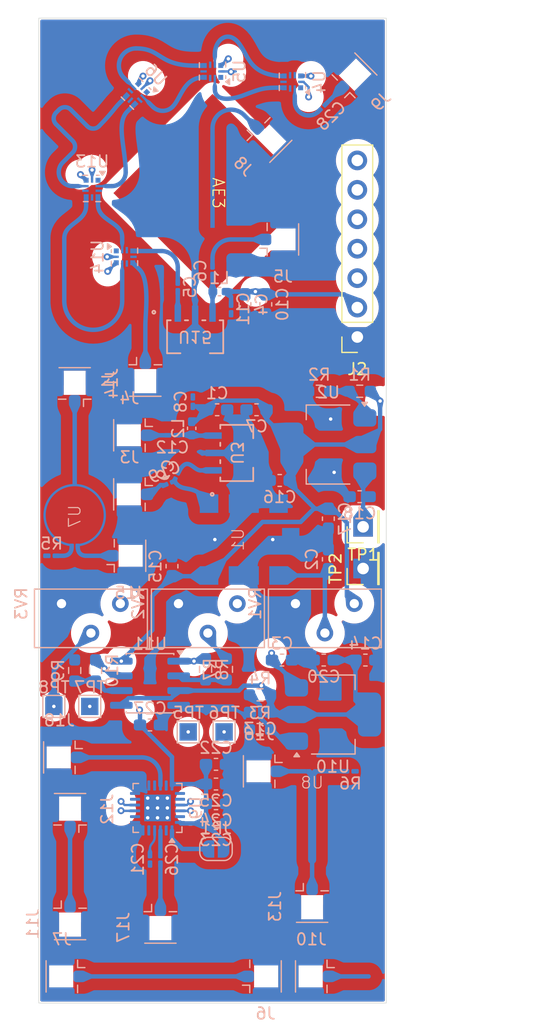
<source format=kicad_pcb>
(kicad_pcb (version 20241229) (generator "pcbnew") (generator_version "9.0")
  (layers (0 "F.Cu" signal) (4 "In1.Cu" signal) (6 "In2.Cu" signal) (2 "B.Cu" signal) (13 "F.Paste" user) (15 "B.Paste" user) (5 "F.SilkS" user "F.Silkscreen") (7 "B.SilkS" user "B.Silkscreen") (1 "F.Mask" user) (3 "B.Mask" user) (25 "Edge.Cuts" user))
  (net 0 "")
  (net 1 "GND")
  (net 2 "Net-(J3-In)")
  (net 3 "Net-(U4-RF2)")
  (net 4 "Net-(U4-RF1)")
  (net 5 "Net-(U5-RF1)")
  (net 6 "/SL_PhaseShift1/RF_OUT2")
  (net 7 "Net-(AE3-A)")
  (net 8 "Net-(U15-RFIN)")
  (net 9 "VCC")
  (net 10 "VS")
  (net 11 "/SL_PhaseShift1/C2")
  (net 12 "/SL_PhaseShift1/C4")
  (net 13 "/SL_PhaseShift1/C5")
  (net 14 "/SL_PhaseShift1/C1")
  (net 15 "/SL_PhaseShift1/C3")
  (net 16 "Net-(U2-ADJ)")
  (net 17 "Net-(U1-VT)")
  (net 19 "Net-(U5-RF2)")
  (net 20 "Net-(U13-RF3)")
  (net 21 "Net-(U13-RF4)")
  (net 22 "/Amplifier_SBB5089Z/RF_IN")
  (net 23 "/Amplifier_SBB5089Z/RF_OUT")
  (net 24 "/Amplifier_SBB5089Z1/RF_IN")
  (net 25 "Net-(J4-In)")
  (net 26 "Net-(U13-RF1)")
  (net 27 "+1V5")
  (net 28 "Net-(U13-RF2)")
  (net 29 "/Amplifier_SBB5089Z1/RF_OUT")
  (net 30 "/SL_PhaseShift1/RF_IN")
  (net 31 "Net-(J6-In)")
  (net 32 "Net-(U3-RFIN)")
  (net 33 "Net-(U7-Out1)")
  (net 34 "Net-(J5-In)")
  (net 35 "/REFLECT")
  (net 36 "Net-(J11-In)")
  (net 37 "Net-(J13-In)")
  (net 38 "Net-(J14-In)")
  (net 39 "Net-(J15-In)")
  (net 40 "Net-(J16-In)")
  (net 41 "Net-(U8-Out1)")
  (net 42 "Net-(U9-LOIN)")
  (net 43 "/VectorModulator/RF_IN")
  (net 44 "Net-(U9-LOIP)")
  (net 45 "/VectorModulator/RF_OUT")
  (net 46 "Net-(U10-ADJ)")
  (net 47 "Net-(U11A--)")
  (net 48 "/VectorModulator/IBBN")
  (net 49 "/VectorModulator/IBBP")
  (net 50 "Net-(U11B--)")
  (net 51 "/VectorModulator/QBBN")
  (net 52 "/VectorModulator/QBBP")
  (net 53 "Net-(JP1-B)")
  (net 54 "Net-(U4-RF3)")
  (footprint "customFootprints:AperturePatch" (layer "F.Cu") (at 139.1 107.5 -90)
    (property "Reference" "AE3")
    (property "Value" "Antenna")
  )
  (footprint "Connector_PinSocket_2.54mm:PinSocket_1x07_P2.54mm_Vertical" (layer "F.Cu") (at 151.6 119.92 180)
    (property "Reference" "J2")
    (property "Value" "Conn_01x07_Pin")
  )
  (footprint "Connector_PinHeader_2.54mm:PinHeader_1x01_P2.54mm_Vertical" (layer "F.Cu") (at 152.1 136.3 90)
    (property "Reference" "TP1")
    (property "Value" "TestPoint")
  )
  (footprint "Connector_PinHeader_2.54mm:PinHeader_1x01_P2.54mm_Vertical" (layer "F.Cu") (at 152.1 139.9 90)
    (property "Reference" "TP2")
    (property "Value" "TestPoint")
  )
  (footprint "Resistor_SMD:R_0603_1608Metric_Pad0.98x0.95mm_HandSolder" (layer "B.Cu") (at 143.2 150.8 180)
    (property "Reference" "R4")
    (property "Value" "2k")
  )
  (footprint "Capacitor_SMD:C_0603_1608Metric_Pad1.08x0.95mm_HandSolder" (layer "B.Cu") (at 149.1 135.6 90)
    (property "Reference" "C17")
    (property "Value" "10u")
  )
  (footprint "Inductor_SMD:L_0402_1005Metric_Pad0.77x0.64mm_HandSolder" (layer "B.Cu") (at 137.3 127.799999 -90)
    (property "Reference" "L2")
    (property "Value" "82n")
  )
  (footprint "Resistor_SMD:R_0201_0603Metric_Pad0.64x0.40mm_HandSolder" (layer "B.Cu") (at 151 157.4)
    (property "Reference" "R6")
    (property "Value" "50")
  )
  (footprint "customFootprints:SKY13699-21" (layer "B.Cu") (at 139.1 97 90)
    (property "Reference" "U5")
    (property "Value" "~" (hide yes))
  )
  (footprint "Connector_Coaxial:U.FL_Hirose_U.FL-R-SMT-1_Vertical" (layer "B.Cu") (at 143.7 102.6 -45)
    (property "Reference" "J8")
    (property "Value" "Conn_Coaxial")
  )
  (footprint "Capacitor_SMD:C_0201_0603Metric_Pad0.64x0.40mm_HandSolder" (layer "B.Cu") (at 133.7 164.999999 -90)
    (property "Reference" "C21")
    (property "Value" "8.2p")
  )
  (footprint "Capacitor_SMD:C_0201_0603Metric_Pad0.64x0.40mm_HandSolder" (layer "B.Cu") (at 134.6 164.999999 -90)
    (property "Reference" "C26")
    (property "Value" "8.2p")
  )
  (footprint "Capacitor_SMD:C_0603_1608Metric_Pad1.08x0.95mm_HandSolder" (layer "B.Cu") (at 135.6 139.7 -90)
    (property "Reference" "C15")
    (property "Value" "1u")
  )
  (footprint "Resistor_SMD:R_0603_1608Metric_Pad0.98x0.95mm_HandSolder" (layer "B.Cu") (at 148.3115 124.600001 180)
    (property "Reference" "R2")
    (property "Value" "10k")
  )
  (footprint "Capacitor_SMD:C_0603_1608Metric_Pad1.08x0.95mm_HandSolder" (layer "B.Cu") (at 139.4 158.499998)
    (property "Reference" "C25")
    (property "Value" "100pF")
  )
  (footprint "Potentiometer_THT:Potentiometer_Bourns_3386X_Horizontal" (layer "B.Cu") (at 146.26 142.93 -90)
    (property "Reference" "RV1")
    (property "Value" "25k")
  )
  (footprint "Connector_Coaxial:U.FL_Hirose_U.FL-R-SMT-1_Vertical" (layer "B.Cu") (at 144.7 111.5)
    (property "Reference" "J5")
    (property "Value" "Conn_Coaxial")
  )
  (footprint "Resistor_SMD:R_0603_1608Metric_Pad0.98x0.95mm_HandSolder" (layer "B.Cu") (at 140.299999 148.6 -90)
    (property "Reference" "R7")
    (property "Value" "100k")
  )
  (footprint "Resistor_SMD:R_0603_1608Metric_Pad0.98x0.95mm_HandSolder" (layer "B.Cu") (at 129 148.7 90)
    (property "Reference" "R10")
    (property "Value" "100k")
  )
  (footprint "Connector_Coaxial:U.FL_Hirose_U.FL-R-SMT-1_Vertical" (layer "B.Cu") (at 151.042462 97.657538 45)
    (property "Reference" "J9")
    (property "Value" "Conn_Coaxial")
  )
  (footprint "Capacitor_SMD:C_0603_1608Metric_Pad1.08x0.95mm_HandSolder" (layer "B.Cu") (at 141.9 117.1 90)
    (property "Reference" "C4")
    (property "Value" "1u")
  )
  (footprint "customFootprints:SKY13699-21" (layer "B.Cu") (at 131.5 113 -90)
    (property "Reference" "U14")
    (property "Value" "~" (hide yes))
  )
  (footprint "Connector_Coaxial:U.FL_Hirose_U.FL-R-SMT-1_Vertical" (layer "B.Cu") (at 134.6 170.4 -90)
    (property "Reference" "J17")
    (property "Value" "Conn_Coaxial")
  )
  (footprint "Capacitor_SMD:C_0603_1608Metric_Pad1.08x0.95mm_HandSolder" (layer "B.Cu") (at 149.1 139.1 -90)
    (property "Reference" "C2")
    (property "Value" "1u")
  )
  (footprint "Capacitor_SMD:C_0603_1608Metric_Pad1.08x0.95mm_HandSolder" (layer "B.Cu") (at 143.2 152.3)
    (property "Reference" "C13")
    (property "Value" "10u")
  )
  (footprint "Inductor_SMD:L_0402_1005Metric_Pad0.77x0.64mm_HandSolder" (layer "B.Cu") (at 139.7 116 180)
    (property "Reference" "L1")
    (property "Value" "82n")
  )
  (footprint "Package_TO_SOT_SMD:SOT-223-3_TabPin2" (layer "B.Cu") (at 149.1 129.2 180)
    (property "Reference" "U2")
    (property "Value" "AMS1117")
  )
  (footprint "TestPoint:TestPoint_Pad_1.5x1.5mm" (layer "B.Cu") (at 140.1 154 180)
    (property "Reference" "TP6")
    (property "Value" "TB_IBBN")
  )
  (footprint "Connector_Coaxial:U.FL_Hirose_U.FL-R-SMT-1_Vertical" (layer "B.Cu") (at 148.1 175.1 180)
    (property "Reference" "J10")
    (property "Value" "Conn_Coaxial")
  )
  (footprint "Capacitor_SMD:C_0201_0603Metric_Pad0.64x0.40mm_HandSolder" (layer "B.Cu") (at 139.1 114.2 -90)
    (property "Reference" "C6")
    (property "Value" "8.2p")
  )
  (footprint "Capacitor_SMD:C_0201_0603Metric_Pad0.64x0.40mm_HandSolder" (layer "B.Cu") (at 137.4 125.5 -90)
    (property "Reference" "C8")
    (property "Value" "68p")
  )
  (footprint "Capacitor_SMD:C_0201_0603Metric_Pad0.64x0.40mm_HandSolder" (layer "B.Cu") (at 136.1 115.6 90)
    (property "Reference" "C5")
    (property "Value" "8.2p")
  )
  (footprint "customFootprints:SKY13699-21" (layer "B.Cu") (at 132.551992 98.934835 135)
    (property "Reference" "U6")
    (property "Value" "~" (hide yes))
  )
  (footprint "customFootprints:SOT_SBB5089Z_QOR" (layer "B.Cu") (at 137.6 119.9)
    (property "Reference" "U15")
    (property "Value" "SBB5089Z")
  )
  (footprint "Package_TO_SOT_SMD:SOT-223-3_TabPin2" (layer "B.Cu") (at 149.5 152.5)
    (property "Reference" "U10")
    (property "Value" "AMS1117")
  )
  (footprint "Capacitor_SMD:C_0603_1608Metric_Pad1.08x0.95mm_HandSolder" (layer "B.Cu") (at 139.499999 126.2 180)
    (property "Reference" "C1")
    (property "Value" "1u")
  )
  (footprint "Capacitor_SMD:C_0201_0603Metric_Pad0.64x0.40mm_HandSolder" (layer "B.Cu") (at 135.355649 132.539884 -157.5)
    (property "Reference" "C19")
    (property "Value" "8.2p")
  )
  (footprint "Connector_Coaxial:U.FL_Hirose_U.FL-R-SMT-1_Vertical" (layer "B.Cu") (at 126.35 156.2 180)
    (property "Reference" "J18")
    (property "Value" "Conn_Coaxial")
  )
  (footprint "customFootprints:T_Splitter" (layer "B.Cu") (at 147.7 161.390002 -90)
    (property "Reference" "U8")
    (property "Value" "~")
  )
  (footprint "Connector_Coaxial:U.FL_Hirose_U.FL-R-SMT-1_Vertical" (layer "B.Cu") (at 147.7 168.6 -90)
    (property "Reference" "J13")
    (property "Value" "Conn_Coaxial")
  )
  (footprint "Connector_Coaxial:U.FL_Hirose_U.FL-R-SMT-1_Vertical" (layer "B.Cu") (at 132.4 128.4 180)
    (property "Reference" "J4")
    (property "Value" "Conn_Coaxial")
  )
  (footprint "Connector_Coaxial:U.FL_Hirose_U.FL-R-SMT-1_Vertical" (layer "B.Cu") (at 126.8 170.1 -90)
    (property "Reference" "J11")
    (property "Value" "Conn_Coaxial")
  )
  (footprint "customFootprints:WilkinsonPowerDivider" (layer "B.Cu") (at 127.2 132.7 -90)
    (property "Reference" "U7")
    (property "Value" "~")
  )
  (footprint "Capacitor_SMD:C_0201_0603Metric_Pad0.64x0.40mm_HandSolder" (layer "B.Cu") (at 135.6325 128.4)
    (property "Reference" "C12")
    (property "Value" "8.2p")
  )
  (footprint "Connector_Coaxial:U.FL_Hirose_U.FL-R-SMT-1_Vertical" (layer "B.Cu") (at 131.5 138.8)
    (property "Reference" "J15")
    (property "Value" "Conn_Coaxial")
  )
  (footprint "Resistor_SMD:R_0603_1608Metric_Pad0.98x0.95mm_HandSolder" (layer "B.Cu") (at 143.2 153.8 180)
    (property "Reference" "R3")
    (property "Value" "10k")
  )
  (footprint "Capacitor_SMD:C_0201_0603Metric_Pad0.64x0.40mm_HandSolder" (layer "B.Cu") (at 148.6 100.1 45)
    (property "Reference" "C28")
    (property "Value" "8.2p")
  )
  (footprint "Connector_Coaxial:U.FL_Hirose_U.FL-R-SMT-1_Vertical" (layer "B.Cu") (at 127.2 124.4 90)
    (property "Reference" "J14")
    (property "Value" "Conn_Coaxial")
  )
  (footprint "Capacitor_SMD:C_0603_1608Metric_Pad1.08x0.95mm_HandSolder" (layer "B.Cu") (at 133.7 153.4 180)
    (property "Reference" "C27")
    (property "Value" "1u")
  )
  (footprint "TestPoint:TestPoint_Pad_1.5x1.5mm" (layer "B.Cu") (at 137 154 180)
    (property "Reference" "TP5")
    (property "Value" "TP_IBBP")
  )
  (footprint "Resistor_SMD:R_0603_1608Metric_Pad0.98x0.95mm_HandSolder" (layer "B.Cu") (at 138.499999 148.599999 90)
    (property "Reference" "R8")
    (property "Value" "100k")
  )
  (footprint "Connector_Coaxial:U.FL_Hirose_U.FL-R-SMT-1_Vertical" (layer "B.Cu") (at 126.565 175.1 180)
    (property "Reference" "J7")
    (property "Value" "Conn_Coaxial")
  )
  (footprint "customFootprints:Innotion9070" (layer "B.Cu") (at 141.8 137.4 -90)
    (property "Reference" "U1")
    (property "Value" "YSGM556006")
  )
  (footprint "Potentiometer_THT:Potentiometer_Bourns_3386X_Horizontal" (layer "B.Cu") (at 126.06 142.93 -90)
    (property "Reference" "RV3")
    (property "Value" "25k")
  )
  (footprint "Capacitor_SMD:C_0603_1608Metric_Pad1.08x0.95mm_HandSolder" (layer "B.Cu") (at 152.3 147.8 180)
    (property "Reference" "C14")
    (property "Value" "1u")
  )
  (footprint "Capacitor_SMD:C_0603_1608Metric_Pad1.08x0.95mm_HandSolder" (layer "B.Cu") (at 151.8 133.7)
    (property "Reference" "C18")
    (property "Value" "10u")
  )
  (footprint "Capacitor_SMD:C_0603_1608Metric_Pad1.08x0.95mm_HandSolder" (layer "B.Cu") (at 148.7 147.800001)
    (property "Reference" "C20")
    (property "Value" "1n")
  )
  (footprint "Resistor_SMD:R_0201_0603Metric_Pad0.64x0.40mm_HandSolder" (layer "B.Cu") (at 125.2 138.800001 180)
    (property "Reference" "R5")
    (property "Value" "50")
  )
  (footprint "Capacitor_SMD:C_0603_1608Metric_Pad1.08x0.95mm_HandSolder" (layer "B.Cu") (at 142.9 126.200001)
    (property "Reference" "C7")
    (property "Value" "1n")
  )
  (footprint "Resistor_SMD:R_0603_1608Metric_Pad0.98x0.95mm_HandSolder" (layer "B.Cu") (at 151.811501 124.599999 180)
    (property "Reference" "R1")
    (property "Value" "30k")
  )
  (footprint "Capacitor_SMD:C_0603_1608Metric_Pad1.08x0.95mm_HandSolder" (layer "B.Cu") (at 143.7 117.1 90)
    (property "Reference" "C10")
    (property "Value" "1n")
  )
  (footprint "Capacitor_SMD:C_0603_1608Metric_Pad1.08x0.95mm_HandSolder" (layer "B.Cu") (at 139.4 161.9)
    (property "Reference" "C23")
    (property "Value" "0.1uF")
  )
  (footprint "Capacitor_SMD:C_0201_0603Metric_Pad0.64x0.40mm_HandSolder" (layer "B.Cu") (at 135.999707 131.916368 -117.5)
    (property "Reference" "C9")
    (property "Value" "8.2p")
  )
  (footprint "Connector_Coaxial:U.FL_Hirose_U.FL-R-SMT-1_Vertical" (layer "B.Cu") (at 133.3 123.2 -90)
    (property "Reference" "J1")
    (property "Value" "Conn_Coaxial")
  )
  (footprint "Connector_Coaxial:U.FL_Hirose_U.FL-R-SMT-1_Vertical" (layer "B.Cu") (at 126.8 161.15 90)
    (property "Reference" "J12")
    (property "Value" "Conn_Coaxial")
  )
  (footprint "Package_SO:SOIC-8_3.9x4.9mm_P1.27mm" (layer "B.Cu") (at 133.699999 149.8 180)
    (property "Reference" "U11")
    (property "Value" "TLV2372")
  )
  (footprint "Capacitor_SMD:C_0603_1608Metric_Pad1.08x0.95mm_HandSolder" (layer "B.Cu") (at 139.4 160.199999)
    (property "Reference" "C24")
    (property "Value" "100pF")
  )
  (footprint "Connector_Coaxial:U.FL_Hirose_U.FL-R-SMT-1_Vertical" (layer "B.Cu") (at 143.2 175.1)
    (property "Reference" "J6")
    (property "Value" "Conn_Coaxial")
  )
  (footprint "Connector_Coaxial:U.FL_Hirose_U.FL-R-SMT-1_Vertical" (layer "B.Cu") (at 143.6 157.4 180)
    (property "Reference" "J16")
    (property "Value" "Conn_Coaxial")
  )
  (footprint "customFootprints:SKY13699-21" (layer "B.Cu") (at 128.7 107.1 180)
    (property "Reference" "U13")
    (property "Value" "~" (hide yes))
  )
  (footprint "TestPoint:TestPoint_Pad_1.5x1.5mm" (layer "B.Cu") (at 128.5 151.8 180)
    (property "Reference" "TP7")
    (property "Value" "TP_QBBP")
  )
  (footprint "Capacitor_SMD:C_0603_1608Metric_Pad1.08x0.95mm_HandSolder" (layer "B.Cu") (at 145.099999 147.8 180)
    (property "Reference" "C3")
    (property "Value" "10u")
  )
  (footprint "Potentiometer_THT:Potentiometer_Bourns_3386X_Horizontal" (layer "B.Cu") (at 136.16 142.93 -90)
    (property "Reference" "RV2")
    (property "Value" "25k")
  )
  (footprint "Capacitor_SMD:C_0603_1608Metric_Pad1.08x0.95mm_HandSolder" (layer "B.Cu") (at 144.9 132.3)
    (property "Reference" "C16")
    (property "Value" "1n")
  )
  (footprint "Resistor_SMD:R_0603_1608Metric_Pad0.98x0.95mm_HandSolder" (layer "B.Cu") (at 127.199998 148.7 -90)
    (property "Reference" "R9")
    (property "Value" "100k")
  )
  (footprint "customFootprints:SKY13699-21" (layer "B.Cu") (at 146 97.9 90)
    (property "Reference" "U4")
    (property "Value" "~" (hide yes))
  )
  (footprint "Connector_Coaxial:U.FL_Hirose_U.FL-R-SMT-1_Vertical" (layer "B.Cu") (at 132.4 133.5 180)
    (property "Reference" "J3")
    (property "Value" "Conn_Coaxial")
  )
  (footprint "TestPoint:TestPoint_Pad_1.5x1.5mm" (layer "B.Cu") (at 125.400001 151.8 180)
    (property "Reference" "TP8")
    (property "Value" "TP_QBBN")
  )
  (footprint "Capacitor_SMD:C_0201_0603Metric_Pad0.64x0.40mm_HandSolder" (layer "B.Cu") (at 140.7 117.5 90)
    (property "Reference" "C11")
    (property "Value" "68p")
  )
  (footprint "Jumper:SolderJumper-2_P1.3mm_Open_RoundedPad1.0x1.5mm" (layer "B.Cu") (at 139.4 164.099998 180)
    (property "Reference" "JP1")
    (property "Value" "Jumper_2_Open")
  )
  (footprint "Capacitor_SMD:C_0603_1608Metric_Pad1.08x0.95mm_HandSolder" (layer "B.Cu") (at 139.4 156.8 180)
    (property "Reference" "C22")
    (property "Value" "0.1uF")
  )
  (footprint "Package_CSP:LFCSP-24-1EP_4x4mm_P0.5mm_EP2.3x2.3mm_ThermalVias" (layer "B.Cu") (at 134.35 160.562498 90)
    (property "Reference" "U9")
    (property "Value" "ADL5375-15ACPZ-WP")
  )
  (footprint "customFootprints:SOT_SBB5089Z_QOR" (layer "B.Cu") (at 141.1921 129.9285 90)
    (property "Reference" "U3")
    (property "Value" "SBB5089Z")
  )
  (gr_curve (pts (xy 128.1875 108.6) (xy 128.1875 110) (xy 126.3 110.1) (xy 126.3 111.4)) (stroke (width 0.381)) (layer "B.Cu") (net 28))
  (gr_curve (pts (xy 129.3 101.723782) (xy 130.5 100.5) (xy 130.6 100.2) (xy 131.1 99.7)) (stroke (width 0.381)) (layer "B.Cu") (net 21))
  (gr_arc (start 148.248527 100.448528) (mid 146.940779 100.708654) (end 146.200001 99.599999) (stroke (width 0.381)) (layer "B.Cu") (net 54))
  (gr_curve (pts (xy 129.2125 108.5) (xy 129.2125 109.9) (xy 131.3 110) (xy 131.3 111.3)) (stroke (width 0.381)) (layer "B.Cu") (net 26))
  (gr_curve (pts (xy 145.3 97.4) (xy 142.5 97.4) (xy 142.2 95.8) (xy 141.6 94.9)) (stroke (width 0.381)) (layer "B.Cu") (net 3))
  (gr_curve (pts (xy 136.1 132.7) (xy 136.6 133.1) (xy 137.1 132.9) (xy 137.8 133.3)) (stroke (width 0.381)) (layer "B.Cu") (net 24))
  (gr_arc (start 131.60208 105.697918) (mid 131.250608 106.546445) (end 130.402082 106.897917) (stroke (width 0.381)) (layer "B.Cu") (net 20))
  (gr_curve (pts (xy 138.07 131.43) (xy 137.43 131.43) (xy 136.96 130.12) (xy 136.21 131.52)) (stroke (width 0.381)) (layer "B.Cu") (net 32))
  (gr_curve (pts (xy 138.4 97.5) (xy 136.6 97.5) (xy 136.4 99.3) (xy 135.648527 100.048527)) (stroke (width 0.381)) (layer "B.Cu") (net 5))
  (gr_curve (pts (xy 139.299999 95.500002) (xy 139.3 94.2) (xy 140.6 93.2) (xy 141.6 94.9)) (stroke (width 0.381)) (layer "B.Cu") (net 3))
  (gr_arc (start 139.1 113.099999) (mid 139.56863 111.968628) (end 140.700001 111.5) (stroke (width 0.381)) (layer "B.Cu") (net 34))
  (gr_arc (start 131.3 116.8) (mid 128.8 119.3) (end 126.3 116.8) (stroke (width 0.381)) (layer "B.Cu") (net 28))
  (gr_curve (pts (xy 132.5 95.013394) (xy 134.7 95) (xy 134.4 96.5) (xy 137.6 96.5)) (stroke (width 0.381)) (layer "B.Cu") (net 19))
  (gr_curve (pts (xy 139.3 98.524999) (xy 139.300003 99.325001) (xy 140.1 99.6) (xy 141.600001 99.125001)) (stroke (width 0.381)) (layer "B.Cu") (net 4))
  (gr_curve (pts (xy 131.8 100.4) (xy 130.7 101.4) (xy 131.6 103.6) (xy 131.60208 105.697918)) (stroke (width 0.381)) (layer "B.Cu") (net 20))
  (gr_curve (pts (xy 132.8 114.1) (xy 133.7 115) (xy 133.3 117.9) (xy 133.3 118.9)) (stroke (width 0.381)) (layer "B.Cu") (net 6))
  (gr_arc (start 132.987706 156.2) (mid 134.122678 156.659936) (end 134.6 157.787706) (stroke (width 0.381)) (layer "B.Cu") (net 45))
  (gr_arc (start 131.400001 97.499999) (mid 131.140478 95.898588) (end 132.5 95.013394) (stroke (width 0.381)) (layer "B.Cu") (net 19))
  (gr_curve (pts (xy 145.2 98.4) (xy 143.500001 98.4) (xy 143.5 98.4) (xy 141.600001 99.125001)) (stroke (width 0.381)) (layer "B.Cu") (net 4))
  (gr_arc (start 134.7 112.5) (mid 135.689949 112.910051) (end 136.1 113.9) (stroke (width 0.381)) (layer "B.Cu") (net 22))
  (gr_arc (start 139.1 101.9) (mid 140.087707 100.421793) (end 141.831371 100.768629) (stroke (width 0.381)) (layer "B.Cu") (net 7))
  (gr_arc (start 127.02292 106.897917) (mid 125.914266 106.157135) (end 126.174395 104.849387) (stroke (width 0.381)) (layer "B.Cu") (net 21))
  (gr_arc (start 135.648527 100.048527) (mid 134.8 100.399998) (end 133.951473 100.048527) (stroke (width 0.381)) (layer "B.Cu") (net 5))
  (gr_curve (pts (xy 134.1 163.099999) (xy 134.1 163.599999) (xy 133.7 163.599999) (xy 133.7 164.1)) (stroke (width 0.2)) (layer "B.Cu") (net 42))
  (gr_rect (start 124.1 92.4) (end 154.1 177.4) (stroke (width 0.05)) (fill no) (layer "Edge.Cuts"))
  (via (at 149.6 131.6) (size 0.6) (drill 0.3) (layers "F.Cu" "B.Cu") (net 1))
  (via (at 139.3 137.4) (size 0.6) (drill 0.3) (layers "F.Cu" "B.Cu") (net 1))
  (via (at 149.299999 127) (size 0.6) (drill 0.3) (layers "F.Cu" "B.Cu") (net 1))
  (via (at 144.3 137.4) (size 0.6) (drill 0.3) (layers "F.Cu" "B.Cu") (net 1))
  (segment (start 133.8 133.5) (end 134.60417 132.69583) (width 0.381) (layer "B.Cu") (net 2))
  (segment (start 134.60417 132.69583) (end 134.979166 132.69583) (width 0.381) (layer "B.Cu") (net 2))
  (segment (start 133.45 133.5) (end 133.8 133.5) (width 0.381) (layer "B.Cu") (net 2))
  (segment (start 139.299999 96.425001) (end 139.299999 95.699999) (width 0.2) (layer "B.Cu") (net 3))
  (segment (start 139.299999 95.500002) (end 139.299999 95.699999) (width 0.381) (layer "B.Cu") (net 3))
  (segment (start 139.3 97.6) (end 139.3 98.325002) (width 0.2) (layer "B.Cu") (net 4))
  (segment (start 139.3 98.524999) (end 139.3 98.325002) (width 0.381) (layer "B.Cu") (net 4))
  (segment (start 133.951473 100.048527) (end 133.948524 100.048527) (width 0.381) (layer "B.Cu") (net 5))
  (segment (start 134 100.1) (end 133.999997 100.1) (width 0.381) (layer "B.Cu") (net 5))
  (segment (start 133.1 99.2) (end 133.612651 99.712654) (width 0.2) (layer "B.Cu") (net 5))
  (segment (start 133.948524 100.048527) (end 133.612651 99.712654) (width 0.381) (layer "B.Cu") (net 5))
  (segment (start 132.2125 113.5125) (end 132.8 114.1) (width 0.381) (layer "B.Cu") (net 6))
  (segment (start 133.3 118.9) (end 133.3 122.0815) (width 0.381) (layer "B.Cu") (net 6))
  (segment (start 132.225 113.5) (end 132.2125 113.5125) (width 0.381) (layer "B.Cu") (net 6))
  (segment (start 139.1 101.9) (end 139.1 106.5) (width 0.381) (layer "B.Cu") (net 7))
  (segment (start 141.831371 100.768629) (end 142.92028 101.857538) (width 0.381) (layer "B.Cu") (net 7))
  (segment (start 142.92028 101.857538) (end 142.957538 101.857538) (width 0.381) (layer "B.Cu") (net 7))
  (segment (start 136.1 116.0075) (end 136.1 117.9061) (width 0.381) (layer "B.Cu") (net 8))
  (via (at 142.8 116) (size 0.6) (drill 0.3) (layers "F.Cu" "B.Cu") (net 9))
  (via (at 132.8 152.1) (size 0.6) (drill 0.3) (layers "F.Cu" "B.Cu") (net 9))
  (via (at 133.704902 97.803268) (size 0.6) (drill 0.3) (layers "F.Cu" "B.Cu") (net 9))
  (via (at 147.395423 99.204577) (size 0.6) (drill 0.3) (layers "F.Cu" "B.Cu") (net 9))
  (via (at 153.5685 125.444498) (size 0.6) (drill 0.3) (layers "F.Cu" "B.Cu") (net 9))
  (via (at 140.7 97.027) (size 0.6) (drill 0.3) (layers "F.Cu" "B.Cu") (net 9))
  (via (at 131.224999 147.895) (size 0.6) (drill 0.3) (layers "F.Cu" "B.Cu") (net 9))
  (via (at 128.7 105.5) (size 0.6) (drill 0.3) (layers "F.Cu" "B.Cu") (net 9))
  (via (at 130 113) (size 0.6) (drill 0.3) (layers "F.Cu" "B.Cu") (net 9))
  (segment (start 133.9 142.262501) (end 133.9 145.219999) (width 0.381) (layer "B.Cu") (net 9))
  (segment (start 147.395423 98.345423) (end 147.395423 99.204577) (width 0.2) (layer "B.Cu") (net 9))
  (segment (start 153.5685 125.444498) (end 152.724001 124.599999) (width 0.381) (layer "B.Cu") (net 9))
  (segment (start 135.6 140.562501) (end 138.737499 140.562501) (width 0.381) (layer "B.Cu") (net 9))
  (segment (start 135.6 158.624998) (end 135.6 156.162501) (width 0.381) (layer "B.Cu") (net 9))
  (segment (start 143.7 116.2375) (end 150.4575 116.2375) (width 0.381) (layer "B.Cu") (net 9))
  (segment (start 140.272501 116) (end 142.8 116) (width 0.381) (layer "B.Cu") (net 9))
  (segment (start 145.950001 132.737502) (end 147.9 134.687501) (width 0.381) (layer "B.Cu") (net 9))
  (segment (start 138.637499 126.2) (end 139.430999 125.4065) (width 0.381) (layer "B.Cu") (net 9))
  (segment (start 147.949998 134.737499) (end 149.5 134.737499) (width 0.381) (layer "B.Cu") (net 9))
  (segment (start 153.5685 127.881499) (end 153.5685 125.444498) (width 0.381) (layer "B.Cu") (net 9))
  (segment (start 143.762501 126.2) (end 143.762501 127.0125) (width 0.381) (layer "B.Cu") (net 9))
  (segment (start 133.1 98.386827) (end 133.121343 98.386827) (width 0.2) (layer "B.Cu") (net 9))
  (segment (start 146.0075 129.257499) (end 145.950001 129.2) (width 0.381) (layer "B.Cu") (net 9))
  (segment (start 150.7 135.937499) (end 150.7 142.290001) (width 0.381) (layer "B.Cu") (net 9))
  (segment (start 138.537499 161.899999) (end 136.375 161.9) (width 0.381) (layer "B.Cu") (net 9))
  (segment (start 139.430999 125.4065) (end 142.969001 125.4065) (width 0.381) (layer "B.Cu") (net 9))
  (segment (start 133.9 145.219999) (end 131.224999 147.895) (width 0.381) (layer "B.Cu") (net 9))
  (segment (start 135.6 156.162501) (end 132.837499 153.4) (width 0.381) (layer "B.Cu") (net 9))
  (segment (start 146.706001 135.8815) (end 147.9 134.687501) (width 0.381) (layer "B.Cu") (net 9))
  (segment (start 139.874999 97) (end 141.099999 97) (width 0.2) (layer "B.Cu") (net 9))
  (segment (start 138.737499 140.562501) (end 138.8 140.5) (width 0.381) (layer "B.Cu") (net 9))
  (segment (start 145.950001 129.2) (end 152.249999 129.2) (width 0.381) (layer "B.Cu") (net 9))
  (segment (start 150.4575 116.2375) (end 151.6 117.38) (width 0.381) (layer "B.Cu") (net 9))
  (segment (start 150.7 135.937499) (end 149.5 134.737499) (width 0.381) (layer "B.Cu") (net 9))
  (segment (start 143.4625 116) (end 143.7 116.2375) (width 0.381) (layer "B.Cu") (net 9))
  (segment (start 150.7 142.290001) (end 151.339999 142.93) (width 0.381) (layer "B.Cu") (net 9))
  (segment (start 152.249999 129.2) (end 153.5685 127.881499) (width 0.381) (layer "B.Cu") (net 9))
  (segment (start 135.725 158.499999) (end 135.599999 158.624999) (width 0.381) (layer "B.Cu") (net 9))
  (segment (start 147.9 134.687501) (end 147.949998 134.737499) (width 0.381) (layer "B.Cu") (net 9))
  (segment (start 142.969001 125.4065) (end 143.762501 126.2) (width 0.381) (layer "B.Cu") (net 9))
  (segment (start 146.775 97.9) (end 146.95 97.9) (width 0.2) (layer "B.Cu") (net 9))
  (segment (start 143.762501 127.0125) (end 145.950001 129.2) (width 0.381) (layer "B.Cu") (net 9))
  (segment (start 143.4185 135.8815) (end 146.706001 135.8815) (width 0.381) (layer "B.Cu") (net 9))
  (segment (start 138.537499 161.9) (end 140.049999 163.4125) (width 0.381) (layer "B.Cu") (net 9))
  (segment (start 146.95 97.9) (end 147.395423 98.345423) (width 0.2) (layer "B.Cu") (net 9))
  (segment (start 140.049999 163.4125) (end 140.049999 164.099998) (width 0.381) (layer "B.Cu") (net 9))
  (segment (start 128.7 106.325) (end 128.7 105.5) (width 0.2) (layer "B.Cu") (net 9))
  (segment (start 132.837499 152.137499) (end 132.8 152.1) (width 0.381) (layer "B.Cu") (net 9))
  (segment (start 142.8 116) (end 143.4625 116) (width 0.381) (layer "B.Cu") (net 9))
  (segment (start 135.6 140.562501) (end 133.9 142.262501) (width 0.381) (layer "B.Cu") (net 9))
  (segment (start 136.375 161.9) (end 136.2875 161.812499) (width 0.381) (layer "B.Cu") (net 9))
  (segment (start 145.950001 129.2) (end 145.950001 132.737502) (width 0.381) (layer "B.Cu") (net 9))
  (segment (start 140.7 116.427499) (end 140.272501 116) (width 0.381) (layer "B.Cu") (net 9))
  (segment (start 137.3 127.227499) (end 137.61 127.227499) (width 0.381) (layer "B.Cu") (net 9))
  (segment (start 130.725 113) (end 130 113) (width 0.2) (layer "B.Cu") (net 9))
  (segment (start 138.537498 158.499998) (end 135.725 158.499999) (width 0.381) (layer "B.Cu") (net 9))
  (segment (start 143.4185 135.8815) (end 138.8 140.5) (width 0.381) (layer "B.Cu") (net 9))
  (segment (start 138.537499 156.8) (end 138.537499 161.899999) (width 0.381) (layer "B.Cu") (net 9))
  (segment (start 137.4 125.9075) (end 138.344999 125.9075) (width 0.381) (layer "B.Cu") (net 9))
  (segment (start 137.61 127.227499) (end 138.637499 126.2) (width 0.381) (layer "B.Cu") (net 9))
  (segment (start 140.7 117.0925) (end 140.7 116.427499) (width 0.381) (layer "B.Cu") (net 9))
  (segment (start 133.121343 98.386827) (end 133.704902 97.803268) (width 0.2) (layer "B.Cu") (net 9))
  (segment (start 132.837499 153.4) (end 132.837499 152.137499) (width 0.381) (layer "B.Cu") (net 9))
  (segment (start 138.344999 125.9075) (end 138.637499 126.2) (width 0.381) (layer "B.Cu") (net 9))
  (via (at 144.2 147.2) (size 0.6) (drill 0.3) (layers "F.Cu" "B.Cu") (net 10))
  (segment (start 152.1 136.5) (end 152.1 131.65) (width 0.381) (layer "B.Cu") (net 10))
  (segment (start 144.237498 147.237498) (end 144.2 147.2) (width 0.381) (layer "B.Cu") (net 10))
  (segment (start 146.35 150.2) (end 146.35 149.912502) (width 0.381) (layer "B.Cu") (net 10))
  (segment (start 152.1 131.65) (end 152.25 131.5) (width 0.381) (layer "B.Cu") (net 10))
  (segment (start 144.237498 147.8) (end 144.237498 147.237498) (width 0.381) (layer "B.Cu") (net 10))
  (segment (start 146.35 149.912502) (end 144.237498 147.8) (width 0.381) (layer "B.Cu") (net 10))
  (via (at 140.465234 95.9085) (size 0.6) (drill 0.3) (layers "F.Cu" "B.Cu") (net 11))
  (segment (start 139.886234 96.487501) (end 140.465234 95.9085) (width 0.2) (layer "B.Cu") (net 11))
  (via (at 127.7 105.9) (size 0.6) (drill 0.3) (layers "F.Cu" "B.Cu") (net 12))
  (segment (start 128.1875 106.3875) (end 127.7 105.9) (width 0.2) (layer "B.Cu") (net 12))
  (via (at 130.045423 114.254577) (size 0.6) (drill 0.3) (layers "F.Cu" "B.Cu") (net 13))
  (segment (start 130.045423 114.254577) (end 130.7875 113.5125) (width 0.2) (layer "B.Cu") (net 13))
  (via (at 147.6 97.4) (size 0.6) (drill 0.3) (layers "F.Cu" "B.Cu") (net 14))
  (segment (start 146.7125 97.3875) (end 147.5875 97.3875) (width 0.2) (layer "B.Cu") (net 14))
  (segment (start 147.5875 97.3875) (end 147.6 97.4) (width 0.2) (layer "B.Cu") (net 14))
  (via (at 133.1 97.4) (size 0.6) (drill 0.3) (layers "F.Cu" "B.Cu") (net 15))
  (segment (start 132.693413 98.068629) (end 132.693413 97.806587) (width 0.2) (layer "B.Cu") (net 15))
  (segment (start 132.693413 97.806587) (end 133.1 97.4) (width 0.2) (layer "B.Cu") (net 15))
  (segment (start 152.25 126.9) (end 152.25 125.950998) (width 0.381) (layer "B.Cu") (net 16))
  (segment (start 150.898997 124.6) (end 150.899001 124.599999) (width 0.2) (layer "B.Cu") (net 16))
  (segment (start 152.662499 126.3875) (end 152.249999 126.799998) (width 0.381) (layer "B.Cu") (net 16))
  (segment (start 150.899003 124.600001) (end 149.224 124.600001) (width 0.381) (layer "B.Cu") (net 16))
  (segment (start 150.899001 124.599999) (end 150.899001 124.6375) (width 0.2) (layer "B.Cu") (net 16))
  (segment (start 152.25 125.950998) (end 150.899003 124.600001) (width 0.381) (layer "B.Cu") (net 16))
  (segment (start 148.8 140.662501) (end 148.962501 140.5) (width 0.381) (layer "B.Cu") (net 17))
  (segment (start 148.8 145.47) (end 148.8 140.662501) (width 0.381) (layer "B.Cu") (net 17))
  (segment (start 144.8 140.5) (end 148.962501 140.5) (width 0.381) (layer "B.Cu") (net 17))
  (segment (start 131.400001 97.499999) (end 131.400001 97.500001) (width 0.381) (layer "B.Cu") (net 19))
  (segment (start 131.400001 97.500001) (end 131.80069 97.90069) (width 0.381) (layer "B.Cu") (net 19))
  (segment (start 138.375 96.5) (end 138.3875 96.4875) (width 0.381) (layer "B.Cu") (net 19))
  (segment (start 132.286826 98.386827) (end 131.80069 97.90069) (width 0.2) (layer "B.Cu") (net 19))
  (segment (start 137.6 96.5) (end 138.375 96.5) (width 0.381) (layer "B.Cu") (net 19))
  (segment (start 129.275 106.9) (end 129.925002 106.9) (width 0.2) (layer "B.Cu") (net 20))
  (segment (start 131.8 100.4) (end 132.398959 99.801041) (width 0.381) (layer "B.Cu") (net 20))
  (segment (start 130.402082 106.897917) (end 129.927085 106.897917) (width 0.381) (layer "B.Cu") (net 20))
  (segment (start 129.925002 106.9) (end 129.927085 106.897917) (width 0.2) (layer "B.Cu") (net 20))
  (segment (start 132.398959 99.801041) (end 132.410571 99.801041) (width 0.381) (layer "B.Cu") (net 20))
  (segment (start 125.594205 101.562007) (end 127.0217 102.989502) (width 0.381) (layer "B.Cu") (net 21))
  (segment (start 131.1 99.7) (end 131.685786 99.114214) (width 0.381) (layer "B.Cu") (net 21))
  (segment (start 126.411891 104.611891) (end 126.174395 104.849387) (width 0.381) (layer "B.Cu") (net 21))
  (segment (start 125.84735 100.296286) (end 125.594205 100.54943) (width 0.381) (layer "B.Cu") (net 21))
  (segment (start 131.685786 99.114214) (end 131.685786 99.076256) (width 0.381) (layer "B.Cu") (net 21))
  (segment (start 126.768557 104.255224) (end 126.411891 104.611891) (width 0.381) (layer "B.Cu") (net 21))
  (segment (start 127.02292 106.897917) (end 127.497917 106.897917) (width 0.381) (layer "B.Cu") (net 21))
  (segment (start 128.287423 101.723782) (end 126.859927 100.296286) (width 0.381) (layer "B.Cu") (net 21))
  (segment (start 128.150002 106.9) (end 127.5 106.9) (width 0.2) (layer "B.Cu") (net 21))
  (segment (start 127.0217 104.002079) (end 126.768557 104.255224) (width 0.381) (layer "B.Cu") (net 21))
  (arc (start 127.0217 102.989502) (mid 127.231411 103.495791) (end 127.0217 104.002079) (width 0.381) (layer "B.Cu") (net 21))
  (arc (start 129.3 101.723782) (mid 128.793711 101.933494) (end 128.287423 101.723782) (width 0.381) (layer "B.Cu") (net 21))
  (arc (start 126.859927 100.296286) (mid 126.353639 100.086574) (end 125.84735 100.296286) (width 0.381) (layer "B.Cu") (net 21))
  (arc (start 125.594205 100.54943) (mid 125.384494 101.055718) (end 125.594205 101.562007) (width 0.381) (layer "B.Cu") (net 21))
  (segment (start 132.225 112.5) (end 132.2125 112.4875) (width 0.381) (layer "B.Cu") (net 22))
  (segment (start 134.7 112.5) (end 132.225 112.5) (width 0.381) (layer "B.Cu") (net 22))
  (segment (start 136.1 113.9) (end 136.1 115.1925) (width 0.381) (layer "B.Cu") (net 22))
  (segment (start 139.1 114.6075) (end 139.1 116.027499) (width 0.381) (layer "B.Cu") (net 23))
  (segment (start 139.1 116.027499) (end 139.127499 116) (width 0.381) (layer "B.Cu") (net 23))
  (segment (start 139.1 117.9061) (end 139.1 116.027499) (width 0.381) (layer "B.Cu") (net 23))
  (segment (start 135.732134 132.383938) (end 135.732133 132.357235) (width 0.381) (layer "B.Cu") (net 24))
  (segment (start 135.732133 132.357235) (end 135.811544 132.277825) (width 0.381) (layer "B.Cu") (net 24))
  (segment (start 137.8 133.3) (end 138.8 134.3) (width 0.381) (layer "B.Cu") (net 24))
  (segment (start 135.8 132.4) (end 136.1 132.7) (width 0.381) (layer "B.Cu") (net 24))
  (segment (start 133.449999 128.4) (end 135.225 128.4) (width 0.381) (layer "B.Cu") (net 25))
  (segment (start 131.3 112.425) (end 131.3 111.8) (width 0.2) (layer "B.Cu") (net 26))
  (segment (start 129.2125 108.5) (end 129.2125 107.8125) (width 0.381) (layer "B.Cu") (net 26))
  (segment (start 131.302083 111.802083) (end 131.3 111.8) (width 0.2) (layer "B.Cu") (net 26))
  (segment (start 131.3 111.3) (end 131.3 111.8) (width 0.381) (layer "B.Cu") (net 26))
  (via (at 143.319 150.0065) (size 0.6) (drill 0.3) (layers "F.Cu" "B.Cu") (net 27))
  (segment (start 144.1125 152.250001) (end 144.062501 152.3) (width 0.381) (layer "B.Cu") (net 27))
  (segment (start 141.800616 150.0065) (end 143.319 150.0065) (width 0.381) (layer "B.Cu") (net 27))
  (segment (start 144.1125 150.8) (end 144.1125 152.250001) (width 0.381) (layer "B.Cu") (net 27))
  (segment (start 151.437499 147.8) (end 151.437499 151.2875) (width 0.381) (layer "B.Cu") (net 27))
  (segment (start 131.224999 151.705) (end 131.843499 151.0865) (width 0.381) (layer "B.Cu") (net 27))
  (segment (start 143.319 150.0065) (end 144.1125 150.8) (width 0.381) (layer "B.Cu") (net 27))
  (segment (start 131.843499 151.0865) (end 135.523499 151.0865) (width 0.381) (layer "B.Cu") (net 27))
  (segment (start 136.174999 150.435) (end 141.372116 150.435) (width 0.381) (layer "B.Cu") (net 27))
  (segment (start 146.350001 152.5) (end 152.649999 152.5) (width 0.381) (layer "B.Cu") (net 27))
  (segment (start 149.562501 147.800001) (end 151.437499 147.8) (width 0.381) (layer "B.Cu") (net 27))
  (segment (start 141.372116 150.435) (end 141.800616 150.0065) (width 0.381) (layer "B.Cu") (net 27))
  (segment (start 135.523499 151.0865) (end 136.174999 150.435) (width 0.381) (layer "B.Cu") (net 27))
  (segment (start 144.262501 152.5) (end 144.062501 152.3) (width 0.381) (layer "B.Cu") (net 27))
  (segment (start 151.437499 151.2875) (end 152.649999 152.5) (width 0.381) (layer "B.Cu") (net 27))
  (segment (start 146.350001 152.5) (end 144.262501 152.5) (width 0.381) (layer "B.Cu") (net 27))
  (segment (start 131.297917 114.197917) (end 131.3 114.2) (width 0.2) (layer "B.Cu") (net 28))
  (segment (start 131.3 113.575) (end 131.3 114.2) (width 0.2) (layer "B.Cu") (net 28))
  (segment (start 131.3 116.8) (end 131.3 114.2) (width 0.381) (layer "B.Cu") (net 28))
  (segment (start 126.3 111.4) (end 126.3 116.8) (width 0.381) (layer "B.Cu") (net 28))
  (segment (start 128.1875 108.6) (end 128.1875 107.8125) (width 0.381) (layer "B.Cu") (net 28))
  (segment (start 136.067499 128.372501) (end 136.04 128.4) (width 0.381) (layer "B.Cu") (net 29))
  (segment (start 139.1982 128.4285) (end 137.355999 128.4285) (width 0.381) (layer "B.Cu") (net 29))
  (segment (start 137.3 128.372501) (end 136.067499 128.372501) (width 0.381) (layer "B.Cu") (net 29))
  (segment (start 137.355999 128.4285) (end 137.3 128.372501) (width 0.381) (layer "B.Cu") (net 29))
  (segment (start 148.888146 99.811854) (end 150.3 98.4) (width 0.381) (layer "B.Cu") (net 30))
  (segment (start 142.125001 175.1) (end 127.615 175.1) (width 0.381) (layer "B.Cu") (net 31))
  (segment (start 139.1982 131.428499) (end 138.0285 131.4285) (width 0.381) (layer "B.Cu") (net 32))
  (segment (start 126.29 138.8) (end 125.6075 138.800001) (width 0.381) (layer "B.Cu") (net 33))
  (segment (start 139.1 113.099999) (end 139.1 113.7925) (width 0.381) (layer "B.Cu") (net 34))
  (segment (start 143.65 111.5) (end 140.700001 111.5) (width 0.381) (layer "B.Cu") (net 34))
  (segment (start 152.575 175.1) (end 149.15 175.1) (width 0.381) (layer "B.Cu") (net 35))
  (segment (start 126.8 169.05) (end 126.8 162.2) (width 0.381) (layer "B.Cu") (net 36))
  (segment (start 147.7 167.550001) (end 147.699999 165.7085) (width 0.381) (layer "B.Cu") (net 37))
  (segment (start 127.2 125.575001) (end 127.2 132.425001) (width 0.381) (layer "B.Cu") (net 38))
  (segment (start 128.11 138.8) (end 130.45 138.8) (width 0.381) (layer "B.Cu") (net 39))
  (segment (start 146.45 157.400001) (end 145.0075 157.4) (width 0.381) (layer "B.Cu") (net 40))
  (segment (start 150.5925 157.4) (end 148.95 157.400001) (width 0.381) (layer "B.Cu") (net 41))
  (segment (start 133.7 164.592499) (end 133.7 164.1) (width 0.2) (layer "B.Cu") (net 42))
  (segment (start 134.1 162.5) (end 134.1 163.099999) (width 0.2) (layer "B.Cu") (net 42))
  (segment (start 134.6 169.35) (end 134.6 165.407499) (width 0.381) (layer "B.Cu") (net 43))
  (segment (start 134.6 164.592499) (end 134.6 162.499998) (width 0.381) (layer "B.Cu") (net 44))
  (segment (start 127.4 156.2) (end 132.987706 156.2) (width 0.381) (layer "B.Cu") (net 45))
  (segment (start 134.6 157.787706) (end 134.6 158.624998) (width 0.381) (layer "B.Cu") (net 45))
  (segment (start 143.206501 152.774384) (end 145.232117 154.8) (width 0.381) (layer "B.Cu") (net 46))
  (segment (start 143.206501 151.719001) (end 143.206501 152.774384) (width 0.381) (layer "B.Cu") (net 46))
  (segment (start 142.2875 150.8) (end 143.206501 151.719001) (width 0.381) (layer "B.Cu") (net 46))
  (segment (start 145.232117 154.8) (end 146.35 154.8) (width 0.381) (layer "B.Cu") (net 46))
  (segment (start 136.522499 149.5125) (end 136.174999 149.165) (width 0.381) (layer "B.Cu") (net 47))
  (segment (start 140.299999 149.5125) (end 136.522499 149.5125) (width 0.381) (layer "B.Cu") (net 47))
  (via (at 137.2 160.8) (size 0.6) (drill 0.3) (layers "F.Cu" "B.Cu") (net 48))
  (via (at 140.1 154) (size 0.6) (drill 0.3) (layers "F.Cu" "B.Cu") (net 48))
  (segment (start 138.7 145.47) (end 138.7 146.087501) (width 0.381) (layer "B.Cu") (net 48))
  (segment (start 137.187502 160.812498) (end 137.2 160.8) (width 0.2) (layer "B.Cu") (net 48))
  (segment (start 136.2875 160.812498) (end 137.187502 160.812498) (width 0.2) (layer "B.Cu") (net 48))
  (segment (start 138.7 146.087501) (end 140.299999 147.6875) (width 0.381) (layer "B.Cu") (net 48))
  (via (at 137.2 160) (size 0.6) (drill 0.3) (layers "F.Cu" "B.Cu") (net 49))
  (via (at 137.5 147.895) (size 0.6) (drill 0.3) (layers "F.Cu" "B.Cu") (net 49))
  (via (at 137 154) (size 0.6) (drill 0.3) (layers "F.Cu" "B.Cu") (net 49))
  (segment (start 138.292498 147.895) (end 138.499999 147.687499) (width 0.381) (layer "B.Cu") (net 49))
  (segment (start 136.887502 160.312498) (end 137.2 160) (width 0.2) (layer "B.Cu") (net 49))
  (segment (start 136.174999 147.895) (end 138.292498 147.895) (width 0.381) (layer "B.Cu") (net 49))
  (segment (start 136.174999 147.895) (end 136.4 147.895) (width 0.381) (layer "B.Cu") (net 49))
  (segment (start 136.2875 160.312498) (end 136.887502 160.312498) (width 0.2) (layer "B.Cu") (net 49))
  (segment (start 127.199998 149.6125) (end 129 149.6125) (width 0.381) (layer "B.Cu") (net 50))
  (segment (start 129 149.6125) (end 129.8225 150.435) (width 0.381) (layer "B.Cu") (net 50))
  (segment (start 129.8225 150.435) (end 131.224999 150.435) (width 0.381) (layer "B.Cu") (net 50))
  (via (at 131.2 160.8) (size 0.6) (drill 0.3) (layers "F.Cu" "B.Cu") (net 51))
  (via (at 125.400001 151.8) (size 0.6) (drill 0.3) (layers "F.Cu" "B.Cu") (net 51))
  (segment (start 125.400001 148.669999) (end 125.400001 151.8) (width 0.381) (layer "B.Cu") (net 51))
  (segment (start 128.6 145.47) (end 125.400001 148.669999) (width 0.381) (layer "B.Cu") (net 51))
  (segment (start 131.212498 160.812498) (end 131.2 160.8) (width 0.2) (layer "B.Cu") (net 51))
  (segment (start 132.4125 160.812498) (end 131.212498 160.812498) (width 0.2) (layer "B.Cu") (net 51))
  (via (at 129.75625 148.54375) (size 0.6) (drill 0.3) (layers "F.Cu" "B.Cu") (net 52))
  (via (at 128.5 151.8) (size 0.6) (drill 0.3) (layers "F.Cu" "B.Cu") (net 52))
  (via (at 131.2 160) (size 0.6) (drill 0.3) (layers "F.Cu" "B.Cu") (net 52))
  (segment (start 129 147.7875) (end 129.75625 148.54375) (width 0.381) (layer "B.Cu") (net 52))
  (segment (start 130.3775 149.165) (end 131.224999 149.165) (width 0.381) (layer "B.Cu") (net 52))
  (segment (start 131.512498 160.312498) (end 131.2 160) (width 0.2) (layer "B.Cu") (net 52))
  (segment (start 132.4125 160.312498) (end 131.512498 160.312498) (width 0.2) (layer "B.Cu") (net 52))
  (segment (start 129.75625 148.54375) (end 130.3775 149.165) (width 0.381) (layer "B.Cu") (net 52))
  (segment (start 135.6 162.499998) (end 135.6 163.2) (width 0.381) (layer "B.Cu") (net 53))
  (segment (start 136.499998 164.099998) (end 138.750001 164.099998) (width 0.381) (layer "B.Cu") (net 53))
  (segment (start 135.6 163.2) (end 136.499998 164.099998) (width 0.381) (layer "B.Cu") (net 53))
  (segment (start 146.197917 99.110417) (end 146.2 99.1125) (width 0.2) (layer "B.Cu") (net 54))
  (segment (start 146.2 98.475) (end 146.2 99.1125) (width 0.2) (layer "B.Cu") (net 54))
  (segment (start 146.2 99.599998) (end 146.2 99.1125) (width 0.381) (layer "B.Cu") (net 54))
  (segment (start 148.248527 100.448528) (end 148.251472 100.448528) (width 0.381) (layer "B.Cu") (net 54))
  (segment (start 146.200001 99.599999) (end 146.2 99.599998) (width 0.381) (layer "B.Cu") (net 54))
  (zone (net 1) (net_name "GND") (layers "F.Cu" "B.Cu" "In2.Cu") (connect_pads yes (clearance 1)) (min_thickness 0.25) (fill yes (thermal_gap 0.5) (thermal_bridge_width 0.5))
    (polygon (pts (xy 124.1 92.4) (xy 154.1 92.4) (xy 154.1 177.4) (xy 124.1 177.4)))
  )
)
</source>
